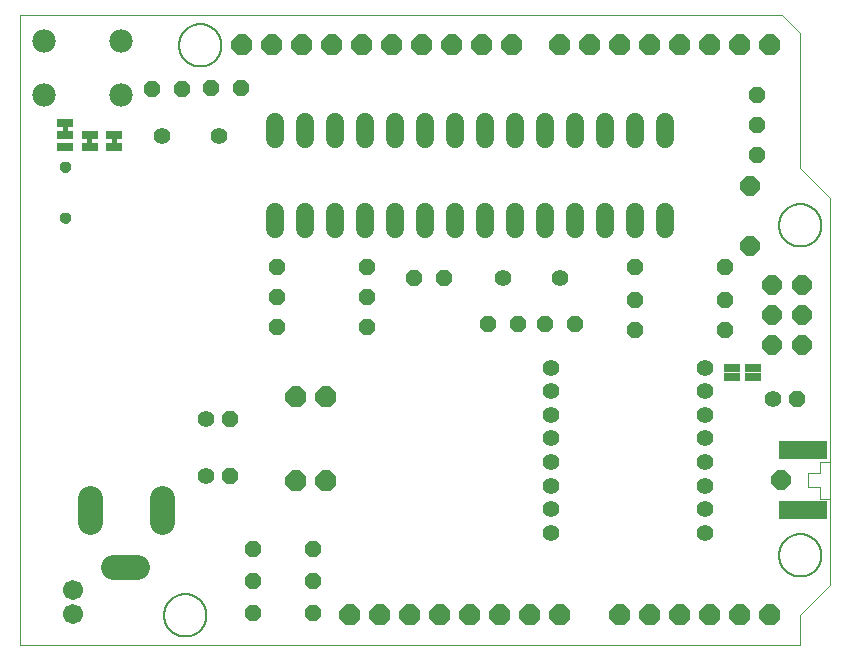
<source format=gbs>
G75*
%MOIN*%
%OFA0B0*%
%FSLAX25Y25*%
%IPPOS*%
%LPD*%
%AMOC8*
5,1,8,0,0,1.08239X$1,22.5*
%
%ADD10C,0.00000*%
%ADD11C,0.00500*%
%ADD12OC8,0.07000*%
%ADD13C,0.06000*%
%ADD14C,0.05600*%
%ADD15OC8,0.05600*%
%ADD16C,0.07800*%
%ADD17OC8,0.06400*%
%ADD18C,0.08274*%
%ADD19C,0.05550*%
%ADD20R,0.16400X0.06400*%
%ADD21C,0.03746*%
%ADD22C,0.06699*%
%ADD23OC8,0.06337*%
%ADD24R,0.05400X0.02900*%
D10*
X0015046Y0005000D02*
X0015046Y0215000D01*
X0269046Y0215000D01*
X0275046Y0209000D01*
X0275046Y0164000D01*
X0285046Y0154000D01*
X0285046Y0025000D01*
X0275046Y0015000D01*
X0275046Y0005000D01*
X0015046Y0005000D01*
X0028335Y0147520D02*
X0028337Y0147601D01*
X0028343Y0147683D01*
X0028353Y0147764D01*
X0028367Y0147844D01*
X0028384Y0147923D01*
X0028406Y0148002D01*
X0028431Y0148079D01*
X0028460Y0148156D01*
X0028493Y0148230D01*
X0028530Y0148303D01*
X0028569Y0148374D01*
X0028613Y0148443D01*
X0028659Y0148510D01*
X0028709Y0148574D01*
X0028762Y0148636D01*
X0028818Y0148696D01*
X0028876Y0148752D01*
X0028938Y0148806D01*
X0029002Y0148857D01*
X0029068Y0148904D01*
X0029136Y0148948D01*
X0029207Y0148989D01*
X0029279Y0149026D01*
X0029354Y0149060D01*
X0029429Y0149090D01*
X0029507Y0149116D01*
X0029585Y0149139D01*
X0029664Y0149157D01*
X0029744Y0149172D01*
X0029825Y0149183D01*
X0029906Y0149190D01*
X0029988Y0149193D01*
X0030069Y0149192D01*
X0030150Y0149187D01*
X0030231Y0149178D01*
X0030312Y0149165D01*
X0030392Y0149148D01*
X0030470Y0149128D01*
X0030548Y0149103D01*
X0030625Y0149075D01*
X0030700Y0149043D01*
X0030773Y0149008D01*
X0030844Y0148969D01*
X0030914Y0148926D01*
X0030981Y0148881D01*
X0031047Y0148832D01*
X0031109Y0148780D01*
X0031169Y0148724D01*
X0031226Y0148666D01*
X0031281Y0148606D01*
X0031332Y0148542D01*
X0031380Y0148477D01*
X0031425Y0148409D01*
X0031467Y0148339D01*
X0031505Y0148267D01*
X0031540Y0148193D01*
X0031571Y0148118D01*
X0031598Y0148041D01*
X0031621Y0147963D01*
X0031641Y0147884D01*
X0031657Y0147804D01*
X0031669Y0147723D01*
X0031677Y0147642D01*
X0031681Y0147561D01*
X0031681Y0147479D01*
X0031677Y0147398D01*
X0031669Y0147317D01*
X0031657Y0147236D01*
X0031641Y0147156D01*
X0031621Y0147077D01*
X0031598Y0146999D01*
X0031571Y0146922D01*
X0031540Y0146847D01*
X0031505Y0146773D01*
X0031467Y0146701D01*
X0031425Y0146631D01*
X0031380Y0146563D01*
X0031332Y0146498D01*
X0031281Y0146434D01*
X0031226Y0146374D01*
X0031169Y0146316D01*
X0031109Y0146260D01*
X0031047Y0146208D01*
X0030981Y0146159D01*
X0030914Y0146114D01*
X0030845Y0146071D01*
X0030773Y0146032D01*
X0030700Y0145997D01*
X0030625Y0145965D01*
X0030548Y0145937D01*
X0030470Y0145912D01*
X0030392Y0145892D01*
X0030312Y0145875D01*
X0030231Y0145862D01*
X0030150Y0145853D01*
X0030069Y0145848D01*
X0029988Y0145847D01*
X0029906Y0145850D01*
X0029825Y0145857D01*
X0029744Y0145868D01*
X0029664Y0145883D01*
X0029585Y0145901D01*
X0029507Y0145924D01*
X0029429Y0145950D01*
X0029354Y0145980D01*
X0029279Y0146014D01*
X0029207Y0146051D01*
X0029136Y0146092D01*
X0029068Y0146136D01*
X0029002Y0146183D01*
X0028938Y0146234D01*
X0028876Y0146288D01*
X0028818Y0146344D01*
X0028762Y0146404D01*
X0028709Y0146466D01*
X0028659Y0146530D01*
X0028613Y0146597D01*
X0028569Y0146666D01*
X0028530Y0146737D01*
X0028493Y0146810D01*
X0028460Y0146884D01*
X0028431Y0146961D01*
X0028406Y0147038D01*
X0028384Y0147117D01*
X0028367Y0147196D01*
X0028353Y0147276D01*
X0028343Y0147357D01*
X0028337Y0147439D01*
X0028335Y0147520D01*
X0028335Y0164480D02*
X0028337Y0164561D01*
X0028343Y0164643D01*
X0028353Y0164724D01*
X0028367Y0164804D01*
X0028384Y0164883D01*
X0028406Y0164962D01*
X0028431Y0165039D01*
X0028460Y0165116D01*
X0028493Y0165190D01*
X0028530Y0165263D01*
X0028569Y0165334D01*
X0028613Y0165403D01*
X0028659Y0165470D01*
X0028709Y0165534D01*
X0028762Y0165596D01*
X0028818Y0165656D01*
X0028876Y0165712D01*
X0028938Y0165766D01*
X0029002Y0165817D01*
X0029068Y0165864D01*
X0029136Y0165908D01*
X0029207Y0165949D01*
X0029279Y0165986D01*
X0029354Y0166020D01*
X0029429Y0166050D01*
X0029507Y0166076D01*
X0029585Y0166099D01*
X0029664Y0166117D01*
X0029744Y0166132D01*
X0029825Y0166143D01*
X0029906Y0166150D01*
X0029988Y0166153D01*
X0030069Y0166152D01*
X0030150Y0166147D01*
X0030231Y0166138D01*
X0030312Y0166125D01*
X0030392Y0166108D01*
X0030470Y0166088D01*
X0030548Y0166063D01*
X0030625Y0166035D01*
X0030700Y0166003D01*
X0030773Y0165968D01*
X0030844Y0165929D01*
X0030914Y0165886D01*
X0030981Y0165841D01*
X0031047Y0165792D01*
X0031109Y0165740D01*
X0031169Y0165684D01*
X0031226Y0165626D01*
X0031281Y0165566D01*
X0031332Y0165502D01*
X0031380Y0165437D01*
X0031425Y0165369D01*
X0031467Y0165299D01*
X0031505Y0165227D01*
X0031540Y0165153D01*
X0031571Y0165078D01*
X0031598Y0165001D01*
X0031621Y0164923D01*
X0031641Y0164844D01*
X0031657Y0164764D01*
X0031669Y0164683D01*
X0031677Y0164602D01*
X0031681Y0164521D01*
X0031681Y0164439D01*
X0031677Y0164358D01*
X0031669Y0164277D01*
X0031657Y0164196D01*
X0031641Y0164116D01*
X0031621Y0164037D01*
X0031598Y0163959D01*
X0031571Y0163882D01*
X0031540Y0163807D01*
X0031505Y0163733D01*
X0031467Y0163661D01*
X0031425Y0163591D01*
X0031380Y0163523D01*
X0031332Y0163458D01*
X0031281Y0163394D01*
X0031226Y0163334D01*
X0031169Y0163276D01*
X0031109Y0163220D01*
X0031047Y0163168D01*
X0030981Y0163119D01*
X0030914Y0163074D01*
X0030845Y0163031D01*
X0030773Y0162992D01*
X0030700Y0162957D01*
X0030625Y0162925D01*
X0030548Y0162897D01*
X0030470Y0162872D01*
X0030392Y0162852D01*
X0030312Y0162835D01*
X0030231Y0162822D01*
X0030150Y0162813D01*
X0030069Y0162808D01*
X0029988Y0162807D01*
X0029906Y0162810D01*
X0029825Y0162817D01*
X0029744Y0162828D01*
X0029664Y0162843D01*
X0029585Y0162861D01*
X0029507Y0162884D01*
X0029429Y0162910D01*
X0029354Y0162940D01*
X0029279Y0162974D01*
X0029207Y0163011D01*
X0029136Y0163052D01*
X0029068Y0163096D01*
X0029002Y0163143D01*
X0028938Y0163194D01*
X0028876Y0163248D01*
X0028818Y0163304D01*
X0028762Y0163364D01*
X0028709Y0163426D01*
X0028659Y0163490D01*
X0028613Y0163557D01*
X0028569Y0163626D01*
X0028530Y0163697D01*
X0028493Y0163770D01*
X0028460Y0163844D01*
X0028431Y0163921D01*
X0028406Y0163998D01*
X0028384Y0164077D01*
X0028367Y0164156D01*
X0028353Y0164236D01*
X0028343Y0164317D01*
X0028337Y0164399D01*
X0028335Y0164480D01*
X0277746Y0062300D02*
X0277746Y0057900D01*
X0281646Y0057900D01*
X0281646Y0053900D01*
X0285046Y0053900D01*
X0285046Y0053800D01*
X0281546Y0062300D02*
X0277746Y0062300D01*
X0281546Y0062300D02*
X0281546Y0066100D01*
X0285046Y0066100D01*
D11*
X0267975Y0035000D02*
X0267977Y0035174D01*
X0267984Y0035347D01*
X0267994Y0035520D01*
X0268009Y0035693D01*
X0268028Y0035866D01*
X0268052Y0036038D01*
X0268079Y0036209D01*
X0268111Y0036379D01*
X0268147Y0036549D01*
X0268187Y0036718D01*
X0268231Y0036886D01*
X0268279Y0037053D01*
X0268332Y0037218D01*
X0268388Y0037382D01*
X0268449Y0037545D01*
X0268513Y0037706D01*
X0268582Y0037865D01*
X0268654Y0038023D01*
X0268730Y0038179D01*
X0268810Y0038333D01*
X0268894Y0038485D01*
X0268981Y0038635D01*
X0269072Y0038783D01*
X0269167Y0038928D01*
X0269265Y0039072D01*
X0269367Y0039212D01*
X0269472Y0039350D01*
X0269580Y0039486D01*
X0269692Y0039619D01*
X0269807Y0039749D01*
X0269925Y0039876D01*
X0270046Y0040000D01*
X0270170Y0040121D01*
X0270297Y0040239D01*
X0270427Y0040354D01*
X0270560Y0040466D01*
X0270696Y0040574D01*
X0270834Y0040679D01*
X0270974Y0040781D01*
X0271118Y0040879D01*
X0271263Y0040974D01*
X0271411Y0041065D01*
X0271561Y0041152D01*
X0271713Y0041236D01*
X0271867Y0041316D01*
X0272023Y0041392D01*
X0272181Y0041464D01*
X0272340Y0041533D01*
X0272501Y0041597D01*
X0272664Y0041658D01*
X0272828Y0041714D01*
X0272993Y0041767D01*
X0273160Y0041815D01*
X0273328Y0041859D01*
X0273497Y0041899D01*
X0273667Y0041935D01*
X0273837Y0041967D01*
X0274008Y0041994D01*
X0274180Y0042018D01*
X0274353Y0042037D01*
X0274526Y0042052D01*
X0274699Y0042062D01*
X0274872Y0042069D01*
X0275046Y0042071D01*
X0275220Y0042069D01*
X0275393Y0042062D01*
X0275566Y0042052D01*
X0275739Y0042037D01*
X0275912Y0042018D01*
X0276084Y0041994D01*
X0276255Y0041967D01*
X0276425Y0041935D01*
X0276595Y0041899D01*
X0276764Y0041859D01*
X0276932Y0041815D01*
X0277099Y0041767D01*
X0277264Y0041714D01*
X0277428Y0041658D01*
X0277591Y0041597D01*
X0277752Y0041533D01*
X0277911Y0041464D01*
X0278069Y0041392D01*
X0278225Y0041316D01*
X0278379Y0041236D01*
X0278531Y0041152D01*
X0278681Y0041065D01*
X0278829Y0040974D01*
X0278974Y0040879D01*
X0279118Y0040781D01*
X0279258Y0040679D01*
X0279396Y0040574D01*
X0279532Y0040466D01*
X0279665Y0040354D01*
X0279795Y0040239D01*
X0279922Y0040121D01*
X0280046Y0040000D01*
X0280167Y0039876D01*
X0280285Y0039749D01*
X0280400Y0039619D01*
X0280512Y0039486D01*
X0280620Y0039350D01*
X0280725Y0039212D01*
X0280827Y0039072D01*
X0280925Y0038928D01*
X0281020Y0038783D01*
X0281111Y0038635D01*
X0281198Y0038485D01*
X0281282Y0038333D01*
X0281362Y0038179D01*
X0281438Y0038023D01*
X0281510Y0037865D01*
X0281579Y0037706D01*
X0281643Y0037545D01*
X0281704Y0037382D01*
X0281760Y0037218D01*
X0281813Y0037053D01*
X0281861Y0036886D01*
X0281905Y0036718D01*
X0281945Y0036549D01*
X0281981Y0036379D01*
X0282013Y0036209D01*
X0282040Y0036038D01*
X0282064Y0035866D01*
X0282083Y0035693D01*
X0282098Y0035520D01*
X0282108Y0035347D01*
X0282115Y0035174D01*
X0282117Y0035000D01*
X0282115Y0034826D01*
X0282108Y0034653D01*
X0282098Y0034480D01*
X0282083Y0034307D01*
X0282064Y0034134D01*
X0282040Y0033962D01*
X0282013Y0033791D01*
X0281981Y0033621D01*
X0281945Y0033451D01*
X0281905Y0033282D01*
X0281861Y0033114D01*
X0281813Y0032947D01*
X0281760Y0032782D01*
X0281704Y0032618D01*
X0281643Y0032455D01*
X0281579Y0032294D01*
X0281510Y0032135D01*
X0281438Y0031977D01*
X0281362Y0031821D01*
X0281282Y0031667D01*
X0281198Y0031515D01*
X0281111Y0031365D01*
X0281020Y0031217D01*
X0280925Y0031072D01*
X0280827Y0030928D01*
X0280725Y0030788D01*
X0280620Y0030650D01*
X0280512Y0030514D01*
X0280400Y0030381D01*
X0280285Y0030251D01*
X0280167Y0030124D01*
X0280046Y0030000D01*
X0279922Y0029879D01*
X0279795Y0029761D01*
X0279665Y0029646D01*
X0279532Y0029534D01*
X0279396Y0029426D01*
X0279258Y0029321D01*
X0279118Y0029219D01*
X0278974Y0029121D01*
X0278829Y0029026D01*
X0278681Y0028935D01*
X0278531Y0028848D01*
X0278379Y0028764D01*
X0278225Y0028684D01*
X0278069Y0028608D01*
X0277911Y0028536D01*
X0277752Y0028467D01*
X0277591Y0028403D01*
X0277428Y0028342D01*
X0277264Y0028286D01*
X0277099Y0028233D01*
X0276932Y0028185D01*
X0276764Y0028141D01*
X0276595Y0028101D01*
X0276425Y0028065D01*
X0276255Y0028033D01*
X0276084Y0028006D01*
X0275912Y0027982D01*
X0275739Y0027963D01*
X0275566Y0027948D01*
X0275393Y0027938D01*
X0275220Y0027931D01*
X0275046Y0027929D01*
X0274872Y0027931D01*
X0274699Y0027938D01*
X0274526Y0027948D01*
X0274353Y0027963D01*
X0274180Y0027982D01*
X0274008Y0028006D01*
X0273837Y0028033D01*
X0273667Y0028065D01*
X0273497Y0028101D01*
X0273328Y0028141D01*
X0273160Y0028185D01*
X0272993Y0028233D01*
X0272828Y0028286D01*
X0272664Y0028342D01*
X0272501Y0028403D01*
X0272340Y0028467D01*
X0272181Y0028536D01*
X0272023Y0028608D01*
X0271867Y0028684D01*
X0271713Y0028764D01*
X0271561Y0028848D01*
X0271411Y0028935D01*
X0271263Y0029026D01*
X0271118Y0029121D01*
X0270974Y0029219D01*
X0270834Y0029321D01*
X0270696Y0029426D01*
X0270560Y0029534D01*
X0270427Y0029646D01*
X0270297Y0029761D01*
X0270170Y0029879D01*
X0270046Y0030000D01*
X0269925Y0030124D01*
X0269807Y0030251D01*
X0269692Y0030381D01*
X0269580Y0030514D01*
X0269472Y0030650D01*
X0269367Y0030788D01*
X0269265Y0030928D01*
X0269167Y0031072D01*
X0269072Y0031217D01*
X0268981Y0031365D01*
X0268894Y0031515D01*
X0268810Y0031667D01*
X0268730Y0031821D01*
X0268654Y0031977D01*
X0268582Y0032135D01*
X0268513Y0032294D01*
X0268449Y0032455D01*
X0268388Y0032618D01*
X0268332Y0032782D01*
X0268279Y0032947D01*
X0268231Y0033114D01*
X0268187Y0033282D01*
X0268147Y0033451D01*
X0268111Y0033621D01*
X0268079Y0033791D01*
X0268052Y0033962D01*
X0268028Y0034134D01*
X0268009Y0034307D01*
X0267994Y0034480D01*
X0267984Y0034653D01*
X0267977Y0034826D01*
X0267975Y0035000D01*
X0267975Y0145000D02*
X0267977Y0145174D01*
X0267984Y0145347D01*
X0267994Y0145520D01*
X0268009Y0145693D01*
X0268028Y0145866D01*
X0268052Y0146038D01*
X0268079Y0146209D01*
X0268111Y0146379D01*
X0268147Y0146549D01*
X0268187Y0146718D01*
X0268231Y0146886D01*
X0268279Y0147053D01*
X0268332Y0147218D01*
X0268388Y0147382D01*
X0268449Y0147545D01*
X0268513Y0147706D01*
X0268582Y0147865D01*
X0268654Y0148023D01*
X0268730Y0148179D01*
X0268810Y0148333D01*
X0268894Y0148485D01*
X0268981Y0148635D01*
X0269072Y0148783D01*
X0269167Y0148928D01*
X0269265Y0149072D01*
X0269367Y0149212D01*
X0269472Y0149350D01*
X0269580Y0149486D01*
X0269692Y0149619D01*
X0269807Y0149749D01*
X0269925Y0149876D01*
X0270046Y0150000D01*
X0270170Y0150121D01*
X0270297Y0150239D01*
X0270427Y0150354D01*
X0270560Y0150466D01*
X0270696Y0150574D01*
X0270834Y0150679D01*
X0270974Y0150781D01*
X0271118Y0150879D01*
X0271263Y0150974D01*
X0271411Y0151065D01*
X0271561Y0151152D01*
X0271713Y0151236D01*
X0271867Y0151316D01*
X0272023Y0151392D01*
X0272181Y0151464D01*
X0272340Y0151533D01*
X0272501Y0151597D01*
X0272664Y0151658D01*
X0272828Y0151714D01*
X0272993Y0151767D01*
X0273160Y0151815D01*
X0273328Y0151859D01*
X0273497Y0151899D01*
X0273667Y0151935D01*
X0273837Y0151967D01*
X0274008Y0151994D01*
X0274180Y0152018D01*
X0274353Y0152037D01*
X0274526Y0152052D01*
X0274699Y0152062D01*
X0274872Y0152069D01*
X0275046Y0152071D01*
X0275220Y0152069D01*
X0275393Y0152062D01*
X0275566Y0152052D01*
X0275739Y0152037D01*
X0275912Y0152018D01*
X0276084Y0151994D01*
X0276255Y0151967D01*
X0276425Y0151935D01*
X0276595Y0151899D01*
X0276764Y0151859D01*
X0276932Y0151815D01*
X0277099Y0151767D01*
X0277264Y0151714D01*
X0277428Y0151658D01*
X0277591Y0151597D01*
X0277752Y0151533D01*
X0277911Y0151464D01*
X0278069Y0151392D01*
X0278225Y0151316D01*
X0278379Y0151236D01*
X0278531Y0151152D01*
X0278681Y0151065D01*
X0278829Y0150974D01*
X0278974Y0150879D01*
X0279118Y0150781D01*
X0279258Y0150679D01*
X0279396Y0150574D01*
X0279532Y0150466D01*
X0279665Y0150354D01*
X0279795Y0150239D01*
X0279922Y0150121D01*
X0280046Y0150000D01*
X0280167Y0149876D01*
X0280285Y0149749D01*
X0280400Y0149619D01*
X0280512Y0149486D01*
X0280620Y0149350D01*
X0280725Y0149212D01*
X0280827Y0149072D01*
X0280925Y0148928D01*
X0281020Y0148783D01*
X0281111Y0148635D01*
X0281198Y0148485D01*
X0281282Y0148333D01*
X0281362Y0148179D01*
X0281438Y0148023D01*
X0281510Y0147865D01*
X0281579Y0147706D01*
X0281643Y0147545D01*
X0281704Y0147382D01*
X0281760Y0147218D01*
X0281813Y0147053D01*
X0281861Y0146886D01*
X0281905Y0146718D01*
X0281945Y0146549D01*
X0281981Y0146379D01*
X0282013Y0146209D01*
X0282040Y0146038D01*
X0282064Y0145866D01*
X0282083Y0145693D01*
X0282098Y0145520D01*
X0282108Y0145347D01*
X0282115Y0145174D01*
X0282117Y0145000D01*
X0282115Y0144826D01*
X0282108Y0144653D01*
X0282098Y0144480D01*
X0282083Y0144307D01*
X0282064Y0144134D01*
X0282040Y0143962D01*
X0282013Y0143791D01*
X0281981Y0143621D01*
X0281945Y0143451D01*
X0281905Y0143282D01*
X0281861Y0143114D01*
X0281813Y0142947D01*
X0281760Y0142782D01*
X0281704Y0142618D01*
X0281643Y0142455D01*
X0281579Y0142294D01*
X0281510Y0142135D01*
X0281438Y0141977D01*
X0281362Y0141821D01*
X0281282Y0141667D01*
X0281198Y0141515D01*
X0281111Y0141365D01*
X0281020Y0141217D01*
X0280925Y0141072D01*
X0280827Y0140928D01*
X0280725Y0140788D01*
X0280620Y0140650D01*
X0280512Y0140514D01*
X0280400Y0140381D01*
X0280285Y0140251D01*
X0280167Y0140124D01*
X0280046Y0140000D01*
X0279922Y0139879D01*
X0279795Y0139761D01*
X0279665Y0139646D01*
X0279532Y0139534D01*
X0279396Y0139426D01*
X0279258Y0139321D01*
X0279118Y0139219D01*
X0278974Y0139121D01*
X0278829Y0139026D01*
X0278681Y0138935D01*
X0278531Y0138848D01*
X0278379Y0138764D01*
X0278225Y0138684D01*
X0278069Y0138608D01*
X0277911Y0138536D01*
X0277752Y0138467D01*
X0277591Y0138403D01*
X0277428Y0138342D01*
X0277264Y0138286D01*
X0277099Y0138233D01*
X0276932Y0138185D01*
X0276764Y0138141D01*
X0276595Y0138101D01*
X0276425Y0138065D01*
X0276255Y0138033D01*
X0276084Y0138006D01*
X0275912Y0137982D01*
X0275739Y0137963D01*
X0275566Y0137948D01*
X0275393Y0137938D01*
X0275220Y0137931D01*
X0275046Y0137929D01*
X0274872Y0137931D01*
X0274699Y0137938D01*
X0274526Y0137948D01*
X0274353Y0137963D01*
X0274180Y0137982D01*
X0274008Y0138006D01*
X0273837Y0138033D01*
X0273667Y0138065D01*
X0273497Y0138101D01*
X0273328Y0138141D01*
X0273160Y0138185D01*
X0272993Y0138233D01*
X0272828Y0138286D01*
X0272664Y0138342D01*
X0272501Y0138403D01*
X0272340Y0138467D01*
X0272181Y0138536D01*
X0272023Y0138608D01*
X0271867Y0138684D01*
X0271713Y0138764D01*
X0271561Y0138848D01*
X0271411Y0138935D01*
X0271263Y0139026D01*
X0271118Y0139121D01*
X0270974Y0139219D01*
X0270834Y0139321D01*
X0270696Y0139426D01*
X0270560Y0139534D01*
X0270427Y0139646D01*
X0270297Y0139761D01*
X0270170Y0139879D01*
X0270046Y0140000D01*
X0269925Y0140124D01*
X0269807Y0140251D01*
X0269692Y0140381D01*
X0269580Y0140514D01*
X0269472Y0140650D01*
X0269367Y0140788D01*
X0269265Y0140928D01*
X0269167Y0141072D01*
X0269072Y0141217D01*
X0268981Y0141365D01*
X0268894Y0141515D01*
X0268810Y0141667D01*
X0268730Y0141821D01*
X0268654Y0141977D01*
X0268582Y0142135D01*
X0268513Y0142294D01*
X0268449Y0142455D01*
X0268388Y0142618D01*
X0268332Y0142782D01*
X0268279Y0142947D01*
X0268231Y0143114D01*
X0268187Y0143282D01*
X0268147Y0143451D01*
X0268111Y0143621D01*
X0268079Y0143791D01*
X0268052Y0143962D01*
X0268028Y0144134D01*
X0268009Y0144307D01*
X0267994Y0144480D01*
X0267984Y0144653D01*
X0267977Y0144826D01*
X0267975Y0145000D01*
X0067975Y0205000D02*
X0067977Y0205174D01*
X0067984Y0205347D01*
X0067994Y0205520D01*
X0068009Y0205693D01*
X0068028Y0205866D01*
X0068052Y0206038D01*
X0068079Y0206209D01*
X0068111Y0206379D01*
X0068147Y0206549D01*
X0068187Y0206718D01*
X0068231Y0206886D01*
X0068279Y0207053D01*
X0068332Y0207218D01*
X0068388Y0207382D01*
X0068449Y0207545D01*
X0068513Y0207706D01*
X0068582Y0207865D01*
X0068654Y0208023D01*
X0068730Y0208179D01*
X0068810Y0208333D01*
X0068894Y0208485D01*
X0068981Y0208635D01*
X0069072Y0208783D01*
X0069167Y0208928D01*
X0069265Y0209072D01*
X0069367Y0209212D01*
X0069472Y0209350D01*
X0069580Y0209486D01*
X0069692Y0209619D01*
X0069807Y0209749D01*
X0069925Y0209876D01*
X0070046Y0210000D01*
X0070170Y0210121D01*
X0070297Y0210239D01*
X0070427Y0210354D01*
X0070560Y0210466D01*
X0070696Y0210574D01*
X0070834Y0210679D01*
X0070974Y0210781D01*
X0071118Y0210879D01*
X0071263Y0210974D01*
X0071411Y0211065D01*
X0071561Y0211152D01*
X0071713Y0211236D01*
X0071867Y0211316D01*
X0072023Y0211392D01*
X0072181Y0211464D01*
X0072340Y0211533D01*
X0072501Y0211597D01*
X0072664Y0211658D01*
X0072828Y0211714D01*
X0072993Y0211767D01*
X0073160Y0211815D01*
X0073328Y0211859D01*
X0073497Y0211899D01*
X0073667Y0211935D01*
X0073837Y0211967D01*
X0074008Y0211994D01*
X0074180Y0212018D01*
X0074353Y0212037D01*
X0074526Y0212052D01*
X0074699Y0212062D01*
X0074872Y0212069D01*
X0075046Y0212071D01*
X0075220Y0212069D01*
X0075393Y0212062D01*
X0075566Y0212052D01*
X0075739Y0212037D01*
X0075912Y0212018D01*
X0076084Y0211994D01*
X0076255Y0211967D01*
X0076425Y0211935D01*
X0076595Y0211899D01*
X0076764Y0211859D01*
X0076932Y0211815D01*
X0077099Y0211767D01*
X0077264Y0211714D01*
X0077428Y0211658D01*
X0077591Y0211597D01*
X0077752Y0211533D01*
X0077911Y0211464D01*
X0078069Y0211392D01*
X0078225Y0211316D01*
X0078379Y0211236D01*
X0078531Y0211152D01*
X0078681Y0211065D01*
X0078829Y0210974D01*
X0078974Y0210879D01*
X0079118Y0210781D01*
X0079258Y0210679D01*
X0079396Y0210574D01*
X0079532Y0210466D01*
X0079665Y0210354D01*
X0079795Y0210239D01*
X0079922Y0210121D01*
X0080046Y0210000D01*
X0080167Y0209876D01*
X0080285Y0209749D01*
X0080400Y0209619D01*
X0080512Y0209486D01*
X0080620Y0209350D01*
X0080725Y0209212D01*
X0080827Y0209072D01*
X0080925Y0208928D01*
X0081020Y0208783D01*
X0081111Y0208635D01*
X0081198Y0208485D01*
X0081282Y0208333D01*
X0081362Y0208179D01*
X0081438Y0208023D01*
X0081510Y0207865D01*
X0081579Y0207706D01*
X0081643Y0207545D01*
X0081704Y0207382D01*
X0081760Y0207218D01*
X0081813Y0207053D01*
X0081861Y0206886D01*
X0081905Y0206718D01*
X0081945Y0206549D01*
X0081981Y0206379D01*
X0082013Y0206209D01*
X0082040Y0206038D01*
X0082064Y0205866D01*
X0082083Y0205693D01*
X0082098Y0205520D01*
X0082108Y0205347D01*
X0082115Y0205174D01*
X0082117Y0205000D01*
X0082115Y0204826D01*
X0082108Y0204653D01*
X0082098Y0204480D01*
X0082083Y0204307D01*
X0082064Y0204134D01*
X0082040Y0203962D01*
X0082013Y0203791D01*
X0081981Y0203621D01*
X0081945Y0203451D01*
X0081905Y0203282D01*
X0081861Y0203114D01*
X0081813Y0202947D01*
X0081760Y0202782D01*
X0081704Y0202618D01*
X0081643Y0202455D01*
X0081579Y0202294D01*
X0081510Y0202135D01*
X0081438Y0201977D01*
X0081362Y0201821D01*
X0081282Y0201667D01*
X0081198Y0201515D01*
X0081111Y0201365D01*
X0081020Y0201217D01*
X0080925Y0201072D01*
X0080827Y0200928D01*
X0080725Y0200788D01*
X0080620Y0200650D01*
X0080512Y0200514D01*
X0080400Y0200381D01*
X0080285Y0200251D01*
X0080167Y0200124D01*
X0080046Y0200000D01*
X0079922Y0199879D01*
X0079795Y0199761D01*
X0079665Y0199646D01*
X0079532Y0199534D01*
X0079396Y0199426D01*
X0079258Y0199321D01*
X0079118Y0199219D01*
X0078974Y0199121D01*
X0078829Y0199026D01*
X0078681Y0198935D01*
X0078531Y0198848D01*
X0078379Y0198764D01*
X0078225Y0198684D01*
X0078069Y0198608D01*
X0077911Y0198536D01*
X0077752Y0198467D01*
X0077591Y0198403D01*
X0077428Y0198342D01*
X0077264Y0198286D01*
X0077099Y0198233D01*
X0076932Y0198185D01*
X0076764Y0198141D01*
X0076595Y0198101D01*
X0076425Y0198065D01*
X0076255Y0198033D01*
X0076084Y0198006D01*
X0075912Y0197982D01*
X0075739Y0197963D01*
X0075566Y0197948D01*
X0075393Y0197938D01*
X0075220Y0197931D01*
X0075046Y0197929D01*
X0074872Y0197931D01*
X0074699Y0197938D01*
X0074526Y0197948D01*
X0074353Y0197963D01*
X0074180Y0197982D01*
X0074008Y0198006D01*
X0073837Y0198033D01*
X0073667Y0198065D01*
X0073497Y0198101D01*
X0073328Y0198141D01*
X0073160Y0198185D01*
X0072993Y0198233D01*
X0072828Y0198286D01*
X0072664Y0198342D01*
X0072501Y0198403D01*
X0072340Y0198467D01*
X0072181Y0198536D01*
X0072023Y0198608D01*
X0071867Y0198684D01*
X0071713Y0198764D01*
X0071561Y0198848D01*
X0071411Y0198935D01*
X0071263Y0199026D01*
X0071118Y0199121D01*
X0070974Y0199219D01*
X0070834Y0199321D01*
X0070696Y0199426D01*
X0070560Y0199534D01*
X0070427Y0199646D01*
X0070297Y0199761D01*
X0070170Y0199879D01*
X0070046Y0200000D01*
X0069925Y0200124D01*
X0069807Y0200251D01*
X0069692Y0200381D01*
X0069580Y0200514D01*
X0069472Y0200650D01*
X0069367Y0200788D01*
X0069265Y0200928D01*
X0069167Y0201072D01*
X0069072Y0201217D01*
X0068981Y0201365D01*
X0068894Y0201515D01*
X0068810Y0201667D01*
X0068730Y0201821D01*
X0068654Y0201977D01*
X0068582Y0202135D01*
X0068513Y0202294D01*
X0068449Y0202455D01*
X0068388Y0202618D01*
X0068332Y0202782D01*
X0068279Y0202947D01*
X0068231Y0203114D01*
X0068187Y0203282D01*
X0068147Y0203451D01*
X0068111Y0203621D01*
X0068079Y0203791D01*
X0068052Y0203962D01*
X0068028Y0204134D01*
X0068009Y0204307D01*
X0067994Y0204480D01*
X0067984Y0204653D01*
X0067977Y0204826D01*
X0067975Y0205000D01*
X0030546Y0177750D02*
X0029546Y0177750D01*
X0029546Y0176250D01*
X0030546Y0176250D01*
X0030546Y0177750D01*
X0030546Y0177485D02*
X0029546Y0177485D01*
X0029546Y0176986D02*
X0030546Y0176986D01*
X0030546Y0176488D02*
X0029546Y0176488D01*
X0037746Y0173750D02*
X0037746Y0172250D01*
X0038746Y0172250D01*
X0038746Y0173750D01*
X0037746Y0173750D01*
X0037746Y0173497D02*
X0038746Y0173497D01*
X0038746Y0172998D02*
X0037746Y0172998D01*
X0037746Y0172500D02*
X0038746Y0172500D01*
X0045846Y0172500D02*
X0046846Y0172500D01*
X0046846Y0172250D02*
X0045846Y0172250D01*
X0045846Y0173750D01*
X0046846Y0173750D01*
X0046846Y0172250D01*
X0046846Y0172998D02*
X0045846Y0172998D01*
X0045846Y0173497D02*
X0046846Y0173497D01*
X0062975Y0015000D02*
X0062977Y0015174D01*
X0062984Y0015347D01*
X0062994Y0015520D01*
X0063009Y0015693D01*
X0063028Y0015866D01*
X0063052Y0016038D01*
X0063079Y0016209D01*
X0063111Y0016379D01*
X0063147Y0016549D01*
X0063187Y0016718D01*
X0063231Y0016886D01*
X0063279Y0017053D01*
X0063332Y0017218D01*
X0063388Y0017382D01*
X0063449Y0017545D01*
X0063513Y0017706D01*
X0063582Y0017865D01*
X0063654Y0018023D01*
X0063730Y0018179D01*
X0063810Y0018333D01*
X0063894Y0018485D01*
X0063981Y0018635D01*
X0064072Y0018783D01*
X0064167Y0018928D01*
X0064265Y0019072D01*
X0064367Y0019212D01*
X0064472Y0019350D01*
X0064580Y0019486D01*
X0064692Y0019619D01*
X0064807Y0019749D01*
X0064925Y0019876D01*
X0065046Y0020000D01*
X0065170Y0020121D01*
X0065297Y0020239D01*
X0065427Y0020354D01*
X0065560Y0020466D01*
X0065696Y0020574D01*
X0065834Y0020679D01*
X0065974Y0020781D01*
X0066118Y0020879D01*
X0066263Y0020974D01*
X0066411Y0021065D01*
X0066561Y0021152D01*
X0066713Y0021236D01*
X0066867Y0021316D01*
X0067023Y0021392D01*
X0067181Y0021464D01*
X0067340Y0021533D01*
X0067501Y0021597D01*
X0067664Y0021658D01*
X0067828Y0021714D01*
X0067993Y0021767D01*
X0068160Y0021815D01*
X0068328Y0021859D01*
X0068497Y0021899D01*
X0068667Y0021935D01*
X0068837Y0021967D01*
X0069008Y0021994D01*
X0069180Y0022018D01*
X0069353Y0022037D01*
X0069526Y0022052D01*
X0069699Y0022062D01*
X0069872Y0022069D01*
X0070046Y0022071D01*
X0070220Y0022069D01*
X0070393Y0022062D01*
X0070566Y0022052D01*
X0070739Y0022037D01*
X0070912Y0022018D01*
X0071084Y0021994D01*
X0071255Y0021967D01*
X0071425Y0021935D01*
X0071595Y0021899D01*
X0071764Y0021859D01*
X0071932Y0021815D01*
X0072099Y0021767D01*
X0072264Y0021714D01*
X0072428Y0021658D01*
X0072591Y0021597D01*
X0072752Y0021533D01*
X0072911Y0021464D01*
X0073069Y0021392D01*
X0073225Y0021316D01*
X0073379Y0021236D01*
X0073531Y0021152D01*
X0073681Y0021065D01*
X0073829Y0020974D01*
X0073974Y0020879D01*
X0074118Y0020781D01*
X0074258Y0020679D01*
X0074396Y0020574D01*
X0074532Y0020466D01*
X0074665Y0020354D01*
X0074795Y0020239D01*
X0074922Y0020121D01*
X0075046Y0020000D01*
X0075167Y0019876D01*
X0075285Y0019749D01*
X0075400Y0019619D01*
X0075512Y0019486D01*
X0075620Y0019350D01*
X0075725Y0019212D01*
X0075827Y0019072D01*
X0075925Y0018928D01*
X0076020Y0018783D01*
X0076111Y0018635D01*
X0076198Y0018485D01*
X0076282Y0018333D01*
X0076362Y0018179D01*
X0076438Y0018023D01*
X0076510Y0017865D01*
X0076579Y0017706D01*
X0076643Y0017545D01*
X0076704Y0017382D01*
X0076760Y0017218D01*
X0076813Y0017053D01*
X0076861Y0016886D01*
X0076905Y0016718D01*
X0076945Y0016549D01*
X0076981Y0016379D01*
X0077013Y0016209D01*
X0077040Y0016038D01*
X0077064Y0015866D01*
X0077083Y0015693D01*
X0077098Y0015520D01*
X0077108Y0015347D01*
X0077115Y0015174D01*
X0077117Y0015000D01*
X0077115Y0014826D01*
X0077108Y0014653D01*
X0077098Y0014480D01*
X0077083Y0014307D01*
X0077064Y0014134D01*
X0077040Y0013962D01*
X0077013Y0013791D01*
X0076981Y0013621D01*
X0076945Y0013451D01*
X0076905Y0013282D01*
X0076861Y0013114D01*
X0076813Y0012947D01*
X0076760Y0012782D01*
X0076704Y0012618D01*
X0076643Y0012455D01*
X0076579Y0012294D01*
X0076510Y0012135D01*
X0076438Y0011977D01*
X0076362Y0011821D01*
X0076282Y0011667D01*
X0076198Y0011515D01*
X0076111Y0011365D01*
X0076020Y0011217D01*
X0075925Y0011072D01*
X0075827Y0010928D01*
X0075725Y0010788D01*
X0075620Y0010650D01*
X0075512Y0010514D01*
X0075400Y0010381D01*
X0075285Y0010251D01*
X0075167Y0010124D01*
X0075046Y0010000D01*
X0074922Y0009879D01*
X0074795Y0009761D01*
X0074665Y0009646D01*
X0074532Y0009534D01*
X0074396Y0009426D01*
X0074258Y0009321D01*
X0074118Y0009219D01*
X0073974Y0009121D01*
X0073829Y0009026D01*
X0073681Y0008935D01*
X0073531Y0008848D01*
X0073379Y0008764D01*
X0073225Y0008684D01*
X0073069Y0008608D01*
X0072911Y0008536D01*
X0072752Y0008467D01*
X0072591Y0008403D01*
X0072428Y0008342D01*
X0072264Y0008286D01*
X0072099Y0008233D01*
X0071932Y0008185D01*
X0071764Y0008141D01*
X0071595Y0008101D01*
X0071425Y0008065D01*
X0071255Y0008033D01*
X0071084Y0008006D01*
X0070912Y0007982D01*
X0070739Y0007963D01*
X0070566Y0007948D01*
X0070393Y0007938D01*
X0070220Y0007931D01*
X0070046Y0007929D01*
X0069872Y0007931D01*
X0069699Y0007938D01*
X0069526Y0007948D01*
X0069353Y0007963D01*
X0069180Y0007982D01*
X0069008Y0008006D01*
X0068837Y0008033D01*
X0068667Y0008065D01*
X0068497Y0008101D01*
X0068328Y0008141D01*
X0068160Y0008185D01*
X0067993Y0008233D01*
X0067828Y0008286D01*
X0067664Y0008342D01*
X0067501Y0008403D01*
X0067340Y0008467D01*
X0067181Y0008536D01*
X0067023Y0008608D01*
X0066867Y0008684D01*
X0066713Y0008764D01*
X0066561Y0008848D01*
X0066411Y0008935D01*
X0066263Y0009026D01*
X0066118Y0009121D01*
X0065974Y0009219D01*
X0065834Y0009321D01*
X0065696Y0009426D01*
X0065560Y0009534D01*
X0065427Y0009646D01*
X0065297Y0009761D01*
X0065170Y0009879D01*
X0065046Y0010000D01*
X0064925Y0010124D01*
X0064807Y0010251D01*
X0064692Y0010381D01*
X0064580Y0010514D01*
X0064472Y0010650D01*
X0064367Y0010788D01*
X0064265Y0010928D01*
X0064167Y0011072D01*
X0064072Y0011217D01*
X0063981Y0011365D01*
X0063894Y0011515D01*
X0063810Y0011667D01*
X0063730Y0011821D01*
X0063654Y0011977D01*
X0063582Y0012135D01*
X0063513Y0012294D01*
X0063449Y0012455D01*
X0063388Y0012618D01*
X0063332Y0012782D01*
X0063279Y0012947D01*
X0063231Y0013114D01*
X0063187Y0013282D01*
X0063147Y0013451D01*
X0063111Y0013621D01*
X0063079Y0013791D01*
X0063052Y0013962D01*
X0063028Y0014134D01*
X0063009Y0014307D01*
X0062994Y0014480D01*
X0062984Y0014653D01*
X0062977Y0014826D01*
X0062975Y0015000D01*
D12*
X0125046Y0015000D03*
X0135046Y0015000D03*
X0145046Y0015000D03*
X0155046Y0015000D03*
X0165046Y0015000D03*
X0175046Y0015000D03*
X0185046Y0015000D03*
X0195046Y0015000D03*
X0215046Y0015000D03*
X0225046Y0015000D03*
X0235046Y0015000D03*
X0245046Y0015000D03*
X0255046Y0015000D03*
X0265046Y0015000D03*
X0117046Y0059900D03*
X0107046Y0059900D03*
X0106946Y0087900D03*
X0116946Y0087900D03*
X0119046Y0205000D03*
X0109046Y0205000D03*
X0099046Y0205000D03*
X0089046Y0205000D03*
X0129046Y0205000D03*
X0139046Y0205000D03*
X0149046Y0205000D03*
X0159046Y0205000D03*
X0169046Y0205000D03*
X0179046Y0205000D03*
X0195046Y0205000D03*
X0205046Y0205000D03*
X0215046Y0205000D03*
X0225046Y0205000D03*
X0235046Y0205000D03*
X0245046Y0205000D03*
X0255046Y0205000D03*
X0265046Y0205000D03*
D13*
X0230046Y0179300D02*
X0230046Y0173700D01*
X0220046Y0173700D02*
X0220046Y0179300D01*
X0210046Y0179300D02*
X0210046Y0173700D01*
X0200046Y0173700D02*
X0200046Y0179300D01*
X0190046Y0179300D02*
X0190046Y0173700D01*
X0180046Y0173700D02*
X0180046Y0179300D01*
X0170046Y0179300D02*
X0170046Y0173700D01*
X0160046Y0173700D02*
X0160046Y0179300D01*
X0150046Y0179300D02*
X0150046Y0173700D01*
X0140046Y0173700D02*
X0140046Y0179300D01*
X0130046Y0179300D02*
X0130046Y0173700D01*
X0120046Y0173700D02*
X0120046Y0179300D01*
X0110046Y0179300D02*
X0110046Y0173700D01*
X0100046Y0173700D02*
X0100046Y0179300D01*
X0100046Y0149300D02*
X0100046Y0143700D01*
X0110046Y0143700D02*
X0110046Y0149300D01*
X0120046Y0149300D02*
X0120046Y0143700D01*
X0130046Y0143700D02*
X0130046Y0149300D01*
X0140046Y0149300D02*
X0140046Y0143700D01*
X0150046Y0143700D02*
X0150046Y0149300D01*
X0160046Y0149300D02*
X0160046Y0143700D01*
X0170046Y0143700D02*
X0170046Y0149300D01*
X0180046Y0149300D02*
X0180046Y0143700D01*
X0190046Y0143700D02*
X0190046Y0149300D01*
X0200046Y0149300D02*
X0200046Y0143700D01*
X0210046Y0143700D02*
X0210046Y0149300D01*
X0220046Y0149300D02*
X0220046Y0143700D01*
X0230046Y0143700D02*
X0230046Y0149300D01*
D14*
X0195046Y0127400D03*
X0176046Y0127400D03*
X0266046Y0087000D03*
X0081146Y0174800D03*
X0062146Y0174800D03*
X0077046Y0080300D03*
X0077046Y0061400D03*
D15*
X0085046Y0061400D03*
X0085046Y0080300D03*
X0100546Y0111000D03*
X0100546Y0121000D03*
X0100546Y0131000D03*
X0130546Y0131000D03*
X0130546Y0121000D03*
X0130546Y0111000D03*
X0146146Y0127300D03*
X0156146Y0127300D03*
X0170846Y0112000D03*
X0180846Y0112000D03*
X0190046Y0112000D03*
X0200046Y0112000D03*
X0220046Y0110000D03*
X0220046Y0120000D03*
X0220046Y0131000D03*
X0250046Y0131000D03*
X0250046Y0120000D03*
X0250046Y0110000D03*
X0274046Y0087000D03*
X0260546Y0168250D03*
X0260546Y0178250D03*
X0260546Y0188250D03*
X0088546Y0190600D03*
X0078546Y0190600D03*
X0068846Y0190500D03*
X0058846Y0190500D03*
X0092646Y0037000D03*
X0092646Y0026400D03*
X0092646Y0015800D03*
X0112646Y0015800D03*
X0112646Y0026400D03*
X0112646Y0037000D03*
D16*
X0048646Y0188500D03*
X0023046Y0188500D03*
X0023046Y0206300D03*
X0048646Y0206300D03*
D17*
X0265546Y0125000D03*
X0275546Y0125000D03*
X0275546Y0115000D03*
X0265546Y0115000D03*
X0265546Y0105000D03*
X0275546Y0105000D03*
X0268546Y0060000D03*
D18*
X0062251Y0053937D02*
X0062251Y0046063D01*
X0053983Y0031102D02*
X0046109Y0031102D01*
X0038235Y0046063D02*
X0038235Y0053937D01*
D19*
X0191956Y0050315D03*
X0191956Y0058189D03*
X0191956Y0066063D03*
X0191956Y0073937D03*
X0191956Y0081811D03*
X0191956Y0089685D03*
X0191956Y0097559D03*
X0243137Y0097559D03*
X0243137Y0089685D03*
X0243137Y0081811D03*
X0243137Y0073937D03*
X0243137Y0066063D03*
X0243137Y0058189D03*
X0243137Y0050315D03*
X0243137Y0042441D03*
X0191956Y0042441D03*
D20*
X0275996Y0050000D03*
X0275996Y0070000D03*
D21*
X0030008Y0147520D03*
X0030008Y0164480D03*
D22*
X0032746Y0023337D03*
X0032746Y0015463D03*
D23*
X0258346Y0137961D03*
X0258346Y0158039D03*
D24*
X0259246Y0097500D03*
X0259246Y0094300D03*
X0252246Y0094300D03*
X0252246Y0097500D03*
X0046346Y0171000D03*
X0046346Y0175000D03*
X0038246Y0175000D03*
X0038246Y0171000D03*
X0030046Y0171000D03*
X0030046Y0175000D03*
X0030046Y0179000D03*
M02*

</source>
